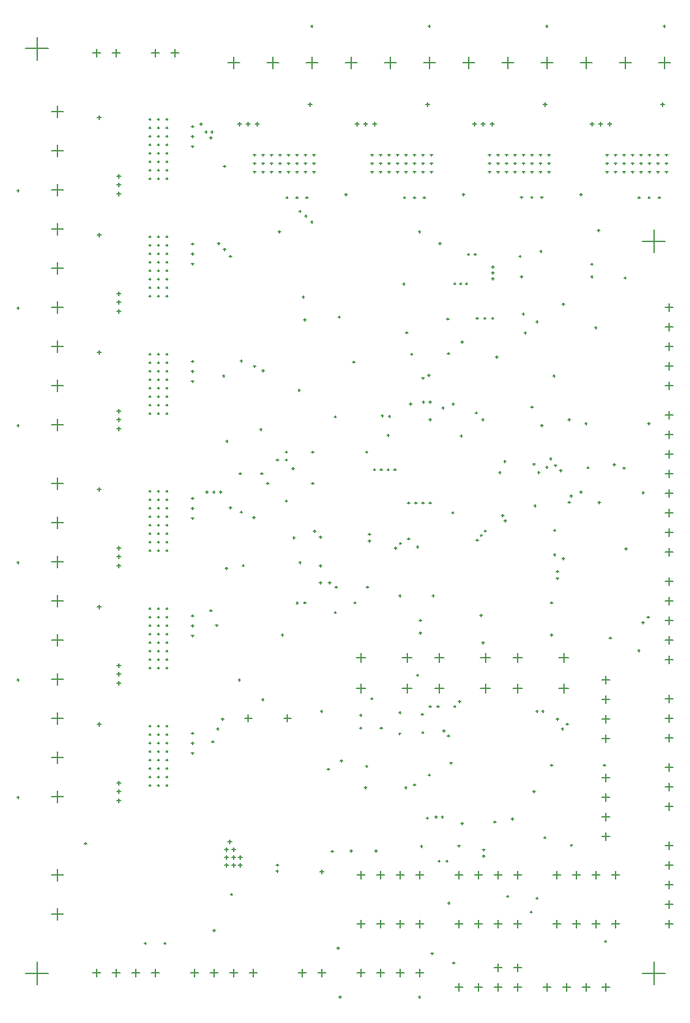
<source format=gbr>
%TF.GenerationSoftware,Altium Limited,Altium Designer,21.2.1 (34)*%
G04 Layer_Color=128*
%FSLAX25Y25*%
%MOIN*%
%TF.SameCoordinates,3D92BD4A-1653-4209-B07E-4AD3ED082CDC*%
%TF.FilePolarity,Positive*%
%TF.FileFunction,Drillmap*%
%TF.Part,Single*%
G01*
G75*
%TA.AperFunction,NonConductor*%
%ADD155C,0.00500*%
D155*
X243032Y45000D02*
X246969D01*
X245000Y43031D02*
Y46968D01*
X253031Y45000D02*
X256968D01*
X255000Y43031D02*
Y46968D01*
X263032Y45000D02*
X266968D01*
X265000Y43031D02*
Y46968D01*
X233032Y45000D02*
X236968D01*
X235000Y43031D02*
Y46968D01*
X328740Y19685D02*
X340551D01*
X334646Y13780D02*
Y25591D01*
X328740Y393701D02*
X340551D01*
X334646Y387795D02*
Y399606D01*
X13780Y492126D02*
X25591D01*
X19685Y486221D02*
Y498032D01*
X13780Y19685D02*
X25591D01*
X19685Y13780D02*
Y25591D01*
X253031Y22500D02*
X256968D01*
X255000Y20531D02*
Y24468D01*
X263032Y22500D02*
X266968D01*
X265000Y20531D02*
Y24468D01*
X117047Y485000D02*
X122953D01*
X120000Y482047D02*
Y487953D01*
X137047Y485000D02*
X142953D01*
X140000Y482047D02*
Y487953D01*
X157047Y485000D02*
X162953D01*
X160000Y482047D02*
Y487953D01*
X182638Y181000D02*
X187362D01*
X185000Y178638D02*
Y183362D01*
X182638Y165252D02*
X187362D01*
X185000Y162890D02*
Y167614D01*
X206260Y165252D02*
X210984D01*
X208622Y162890D02*
Y167614D01*
X206260Y181000D02*
X210984D01*
X208622Y178638D02*
Y183362D01*
X246260Y181000D02*
X250984D01*
X248622Y178638D02*
Y183362D01*
X246260Y165252D02*
X250984D01*
X248622Y162890D02*
Y167614D01*
X222638Y165252D02*
X227362D01*
X225000Y162890D02*
Y167614D01*
X222638Y181000D02*
X227362D01*
X225000Y178638D02*
Y183362D01*
X262638Y181000D02*
X267362D01*
X265000Y178638D02*
Y183362D01*
X262638Y165252D02*
X267362D01*
X265000Y162890D02*
Y167614D01*
X286260Y165252D02*
X290984D01*
X288622Y162890D02*
Y167614D01*
X286260Y181000D02*
X290984D01*
X288622Y178638D02*
Y183362D01*
X308032Y139527D02*
X311969D01*
X310000Y137559D02*
Y141496D01*
X308032Y169527D02*
X311969D01*
X310000Y167559D02*
Y171496D01*
X308032Y159527D02*
X311969D01*
X310000Y157559D02*
Y161496D01*
X308032Y149527D02*
X311969D01*
X310000Y147559D02*
Y151496D01*
X27047Y70000D02*
X32953D01*
X30000Y67047D02*
Y72953D01*
X27047Y50000D02*
X32953D01*
X30000Y47047D02*
Y52953D01*
X340531Y245000D02*
X344468D01*
X342500Y243032D02*
Y246969D01*
X340531Y265000D02*
X344468D01*
X342500Y263032D02*
Y266968D01*
X340531Y275000D02*
X344468D01*
X342500Y273031D02*
Y276969D01*
X340531Y285000D02*
X344468D01*
X342500Y283032D02*
Y286968D01*
X340531Y295000D02*
X344468D01*
X342500Y293032D02*
Y296969D01*
X340531Y305000D02*
X344468D01*
X342500Y303031D02*
Y306968D01*
X340531Y255000D02*
X344468D01*
X342500Y253031D02*
Y256968D01*
X340531Y235000D02*
X344468D01*
X342500Y233032D02*
Y236968D01*
X58031Y20000D02*
X61968D01*
X60000Y18032D02*
Y21969D01*
X68032Y20000D02*
X71969D01*
X70000Y18032D02*
Y21969D01*
X78031Y20000D02*
X81968D01*
X80000Y18032D02*
Y21969D01*
X48031Y20000D02*
X51968D01*
X50000Y18032D02*
Y21969D01*
X340531Y140000D02*
X344468D01*
X342500Y138031D02*
Y141969D01*
X340531Y150000D02*
X344468D01*
X342500Y148031D02*
Y151969D01*
X340531Y160000D02*
X344468D01*
X342500Y158031D02*
Y161969D01*
X340531Y105000D02*
X344468D01*
X342500Y103032D02*
Y106968D01*
X340531Y115000D02*
X344468D01*
X342500Y113031D02*
Y116969D01*
X340531Y125000D02*
X344468D01*
X342500Y123031D02*
Y126969D01*
X297047Y485000D02*
X302953D01*
X300000Y482047D02*
Y487953D01*
X317047Y485000D02*
X322953D01*
X320000Y482047D02*
Y487953D01*
X337047Y485000D02*
X342953D01*
X340000Y482047D02*
Y487953D01*
X237047Y485000D02*
X242953D01*
X240000Y482047D02*
Y487953D01*
X257047Y485000D02*
X262953D01*
X260000Y482047D02*
Y487953D01*
X277047Y485000D02*
X282953D01*
X280000Y482047D02*
Y487953D01*
X177047Y485000D02*
X182953D01*
X180000Y482047D02*
Y487953D01*
X197047Y485000D02*
X202953D01*
X200000Y482047D02*
Y487953D01*
X217047Y485000D02*
X222953D01*
X220000Y482047D02*
Y487953D01*
X340531Y320000D02*
X344468D01*
X342500Y318032D02*
Y321969D01*
X340531Y360000D02*
X344468D01*
X342500Y358032D02*
Y361968D01*
X340531Y350000D02*
X344468D01*
X342500Y348031D02*
Y351969D01*
X340531Y340000D02*
X344468D01*
X342500Y338032D02*
Y341968D01*
X340531Y330000D02*
X344468D01*
X342500Y328031D02*
Y331968D01*
X27047Y460000D02*
X32953D01*
X30000Y457047D02*
Y462953D01*
X27047Y440000D02*
X32953D01*
X30000Y437047D02*
Y442953D01*
X27047Y420000D02*
X32953D01*
X30000Y417047D02*
Y422953D01*
X27047Y400000D02*
X32953D01*
X30000Y397047D02*
Y402953D01*
X27047Y380000D02*
X32953D01*
X30000Y377047D02*
Y382953D01*
X27047Y360000D02*
X32953D01*
X30000Y357047D02*
Y362953D01*
X27047Y340000D02*
X32953D01*
X30000Y337047D02*
Y342953D01*
X27047Y320000D02*
X32953D01*
X30000Y317047D02*
Y322953D01*
X27047Y300000D02*
X32953D01*
X30000Y297047D02*
Y302953D01*
X27047Y230000D02*
X32953D01*
X30000Y227047D02*
Y232953D01*
X27047Y250000D02*
X32953D01*
X30000Y247047D02*
Y252953D01*
X27047Y270000D02*
X32953D01*
X30000Y267047D02*
Y272953D01*
X27047Y210000D02*
X32953D01*
X30000Y207047D02*
Y212953D01*
X27047Y190000D02*
X32953D01*
X30000Y187047D02*
Y192953D01*
X27047Y170000D02*
X32953D01*
X30000Y167047D02*
Y172953D01*
X27047Y150000D02*
X32953D01*
X30000Y147047D02*
Y152953D01*
X27047Y130000D02*
X32953D01*
X30000Y127047D02*
Y132953D01*
X27047Y110000D02*
X32953D01*
X30000Y107047D02*
Y112953D01*
X98032Y20000D02*
X101969D01*
X100000Y18031D02*
Y21968D01*
X128032Y20000D02*
X131968D01*
X130000Y18031D02*
Y21968D01*
X118032Y20000D02*
X121968D01*
X120000Y18031D02*
Y21968D01*
X108031Y20000D02*
X111969D01*
X110000Y18031D02*
Y21968D01*
X308032Y12500D02*
X311968D01*
X310000Y10531D02*
Y14469D01*
X298031Y12500D02*
X301969D01*
X300000Y10531D02*
Y14469D01*
X288032Y12500D02*
X291968D01*
X290000Y10531D02*
Y14469D01*
X278031Y12500D02*
X281968D01*
X280000Y10531D02*
Y14469D01*
X78031Y490000D02*
X81968D01*
X80000Y488031D02*
Y491968D01*
X88032Y490000D02*
X91969D01*
X90000Y488031D02*
Y491968D01*
X308032Y99527D02*
X311969D01*
X310000Y97559D02*
Y101496D01*
X308032Y109527D02*
X311969D01*
X310000Y107559D02*
Y111496D01*
X308032Y119527D02*
X311969D01*
X310000Y117559D02*
Y121496D01*
X308032Y89527D02*
X311969D01*
X310000Y87559D02*
Y91496D01*
X48031Y490000D02*
X51968D01*
X50000Y488031D02*
Y491968D01*
X58031Y490000D02*
X61968D01*
X60000Y488031D02*
Y491968D01*
X340531Y190000D02*
X344468D01*
X342500Y188031D02*
Y191969D01*
X340531Y200000D02*
X344468D01*
X342500Y198031D02*
Y201969D01*
X340531Y210000D02*
X344468D01*
X342500Y208032D02*
Y211968D01*
X340531Y220000D02*
X344468D01*
X342500Y218032D02*
Y221969D01*
X340531Y180000D02*
X344468D01*
X342500Y178032D02*
Y181968D01*
X233032Y70000D02*
X236968D01*
X235000Y68032D02*
Y71969D01*
X263032Y70000D02*
X266968D01*
X265000Y68032D02*
Y71969D01*
X253031Y70000D02*
X256968D01*
X255000Y68032D02*
Y71969D01*
X243032Y70000D02*
X246969D01*
X245000Y68032D02*
Y71969D01*
X283032Y70000D02*
X286968D01*
X285000Y68032D02*
Y71969D01*
X313032Y70000D02*
X316968D01*
X315000Y68032D02*
Y71969D01*
X303031Y70000D02*
X306968D01*
X305000Y68032D02*
Y71969D01*
X293032Y70000D02*
X296969D01*
X295000Y68032D02*
Y71969D01*
X293032Y45000D02*
X296969D01*
X295000Y43031D02*
Y46968D01*
X303031Y45000D02*
X306968D01*
X305000Y43031D02*
Y46968D01*
X313032Y45000D02*
X316968D01*
X315000Y43031D02*
Y46968D01*
X283032Y45000D02*
X286968D01*
X285000Y43031D02*
Y46968D01*
X233032Y12500D02*
X236968D01*
X235000Y10531D02*
Y14469D01*
X243032Y12500D02*
X246969D01*
X245000Y10531D02*
Y14469D01*
X253031Y12500D02*
X256968D01*
X255000Y10531D02*
Y14469D01*
X263032Y12500D02*
X266968D01*
X265000Y10531D02*
Y14469D01*
X340531Y45000D02*
X344468D01*
X342500Y43031D02*
Y46968D01*
X340531Y85000D02*
X344468D01*
X342500Y83031D02*
Y86968D01*
X340531Y75000D02*
X344468D01*
X342500Y73032D02*
Y76968D01*
X340531Y65000D02*
X344468D01*
X342500Y63032D02*
Y66969D01*
X340531Y55000D02*
X344468D01*
X342500Y53031D02*
Y56968D01*
X183189Y45000D02*
X187126D01*
X185157Y43031D02*
Y46968D01*
X213189Y45000D02*
X217126D01*
X215157Y43031D02*
Y46968D01*
X203189Y45000D02*
X207126D01*
X205157Y43031D02*
Y46968D01*
X193189Y45000D02*
X197126D01*
X195157Y43031D02*
Y46968D01*
X153032Y20000D02*
X156968D01*
X155000Y18032D02*
Y21969D01*
X163031Y20000D02*
X166968D01*
X165000Y18031D02*
Y21968D01*
X193032Y20000D02*
X196968D01*
X195000Y18032D02*
Y21969D01*
X203031Y20000D02*
X206968D01*
X205000Y18032D02*
Y21969D01*
X213032Y20000D02*
X216968D01*
X215000Y18032D02*
Y21969D01*
X183031Y20000D02*
X186969D01*
X185000Y18032D02*
Y21969D01*
X183031Y70000D02*
X186969D01*
X185000Y68032D02*
Y71969D01*
X213032Y70000D02*
X216968D01*
X215000Y68032D02*
Y71969D01*
X203031Y70000D02*
X206968D01*
X205000Y68032D02*
Y71969D01*
X193032Y70000D02*
X196968D01*
X195000Y68032D02*
Y71969D01*
X125728Y150000D02*
X129272D01*
X127500Y148228D02*
Y151772D01*
X145728Y150000D02*
X149272D01*
X147500Y148228D02*
Y151772D01*
X81024Y120039D02*
X82205D01*
X81614Y119449D02*
Y120630D01*
X81024Y124370D02*
X82205D01*
X81614Y123779D02*
Y124961D01*
X81024Y128701D02*
X82205D01*
X81614Y128110D02*
Y129291D01*
X81024Y133031D02*
X82205D01*
X81614Y132441D02*
Y133622D01*
X81024Y115709D02*
X82205D01*
X81614Y115118D02*
Y116299D01*
X76693Y115709D02*
X77874D01*
X77284Y115118D02*
Y116299D01*
X76693Y120039D02*
X77874D01*
X77284Y119449D02*
Y120630D01*
X76693Y128701D02*
X77874D01*
X77284Y128110D02*
Y129291D01*
X76693Y133031D02*
X77874D01*
X77284Y132441D02*
Y133622D01*
X76693Y137362D02*
X77874D01*
X77284Y136772D02*
Y137953D01*
X76693Y141693D02*
X77874D01*
X77284Y141102D02*
Y142283D01*
X76693Y124370D02*
X77874D01*
X77284Y123779D02*
Y124961D01*
X85354Y115709D02*
X86535D01*
X85945Y115118D02*
Y116299D01*
X85354Y120039D02*
X86535D01*
X85945Y119449D02*
Y120630D01*
X85354Y124370D02*
X86535D01*
X85945Y123779D02*
Y124961D01*
X85354Y128701D02*
X86535D01*
X85945Y128110D02*
Y129291D01*
X85354Y133031D02*
X86535D01*
X85945Y132441D02*
Y133622D01*
X85354Y137362D02*
X86535D01*
X85945Y136772D02*
Y137953D01*
X81024Y137362D02*
X82205D01*
X81614Y136772D02*
Y137953D01*
X85354Y141693D02*
X86535D01*
X85945Y141102D02*
Y142283D01*
X81024Y141693D02*
X82205D01*
X81614Y141102D02*
Y142283D01*
X85354Y146024D02*
X86535D01*
X85945Y145433D02*
Y146614D01*
X81024Y146024D02*
X82205D01*
X81614Y145433D02*
Y146614D01*
X76693Y146024D02*
X77874D01*
X77284Y145433D02*
Y146614D01*
X76693Y206024D02*
X77874D01*
X77284Y205433D02*
Y206614D01*
X81024Y206024D02*
X82205D01*
X81614Y205433D02*
Y206614D01*
X85354Y206024D02*
X86535D01*
X85945Y205433D02*
Y206614D01*
X81024Y201693D02*
X82205D01*
X81614Y201102D02*
Y202284D01*
X85354Y201693D02*
X86535D01*
X85945Y201102D02*
Y202284D01*
X81024Y197362D02*
X82205D01*
X81614Y196772D02*
Y197953D01*
X85354Y197362D02*
X86535D01*
X85945Y196772D02*
Y197953D01*
X85354Y193032D02*
X86535D01*
X85945Y192441D02*
Y193622D01*
X85354Y188701D02*
X86535D01*
X85945Y188110D02*
Y189291D01*
X85354Y184370D02*
X86535D01*
X85945Y183780D02*
Y184961D01*
X85354Y180039D02*
X86535D01*
X85945Y179449D02*
Y180630D01*
X85354Y175709D02*
X86535D01*
X85945Y175118D02*
Y176299D01*
X76693Y184370D02*
X77874D01*
X77284Y183780D02*
Y184961D01*
X76693Y201693D02*
X77874D01*
X77284Y201102D02*
Y202284D01*
X76693Y197362D02*
X77874D01*
X77284Y196772D02*
Y197953D01*
X76693Y193032D02*
X77874D01*
X77284Y192441D02*
Y193622D01*
X76693Y188701D02*
X77874D01*
X77284Y188110D02*
Y189291D01*
X76693Y180039D02*
X77874D01*
X77284Y179449D02*
Y180630D01*
X76693Y175709D02*
X77874D01*
X77284Y175118D02*
Y176299D01*
X81024Y175709D02*
X82205D01*
X81614Y175118D02*
Y176299D01*
X81024Y193032D02*
X82205D01*
X81614Y192441D02*
Y193622D01*
X81024Y188701D02*
X82205D01*
X81614Y188110D02*
Y189291D01*
X81024Y184370D02*
X82205D01*
X81614Y183780D02*
Y184961D01*
X81024Y180039D02*
X82205D01*
X81614Y179449D02*
Y180630D01*
X81024Y240039D02*
X82205D01*
X81614Y239449D02*
Y240630D01*
X81024Y244370D02*
X82205D01*
X81614Y243779D02*
Y244961D01*
X81024Y248701D02*
X82205D01*
X81614Y248110D02*
Y249291D01*
X81024Y253031D02*
X82205D01*
X81614Y252441D02*
Y253622D01*
X81024Y235709D02*
X82205D01*
X81614Y235118D02*
Y236299D01*
X76693Y235709D02*
X77874D01*
X77284Y235118D02*
Y236299D01*
X76693Y240039D02*
X77874D01*
X77284Y239449D02*
Y240630D01*
X76693Y248701D02*
X77874D01*
X77284Y248110D02*
Y249291D01*
X76693Y253031D02*
X77874D01*
X77284Y252441D02*
Y253622D01*
X76693Y257362D02*
X77874D01*
X77284Y256772D02*
Y257953D01*
X76693Y261693D02*
X77874D01*
X77284Y261102D02*
Y262283D01*
X76693Y244370D02*
X77874D01*
X77284Y243779D02*
Y244961D01*
X85354Y235709D02*
X86535D01*
X85945Y235118D02*
Y236299D01*
X85354Y240039D02*
X86535D01*
X85945Y239449D02*
Y240630D01*
X85354Y244370D02*
X86535D01*
X85945Y243779D02*
Y244961D01*
X85354Y248701D02*
X86535D01*
X85945Y248110D02*
Y249291D01*
X85354Y253031D02*
X86535D01*
X85945Y252441D02*
Y253622D01*
X85354Y257362D02*
X86535D01*
X85945Y256772D02*
Y257953D01*
X81024Y257362D02*
X82205D01*
X81614Y256772D02*
Y257953D01*
X85354Y261693D02*
X86535D01*
X85945Y261102D02*
Y262283D01*
X81024Y261693D02*
X82205D01*
X81614Y261102D02*
Y262283D01*
X85354Y266024D02*
X86535D01*
X85945Y265433D02*
Y266614D01*
X81024Y266024D02*
X82205D01*
X81614Y265433D02*
Y266614D01*
X76693Y266024D02*
X77874D01*
X77284Y265433D02*
Y266614D01*
X76693Y336024D02*
X77874D01*
X77284Y335433D02*
Y336614D01*
X81024Y336024D02*
X82205D01*
X81614Y335433D02*
Y336614D01*
X85354Y336024D02*
X86535D01*
X85945Y335433D02*
Y336614D01*
X81024Y331693D02*
X82205D01*
X81614Y331102D02*
Y332283D01*
X85354Y331693D02*
X86535D01*
X85945Y331102D02*
Y332283D01*
X81024Y327362D02*
X82205D01*
X81614Y326772D02*
Y327953D01*
X85354Y327362D02*
X86535D01*
X85945Y326772D02*
Y327953D01*
X85354Y323031D02*
X86535D01*
X85945Y322441D02*
Y323622D01*
X85354Y318701D02*
X86535D01*
X85945Y318110D02*
Y319291D01*
X85354Y314370D02*
X86535D01*
X85945Y313779D02*
Y314961D01*
X85354Y310039D02*
X86535D01*
X85945Y309449D02*
Y310630D01*
X85354Y305709D02*
X86535D01*
X85945Y305118D02*
Y306299D01*
X76693Y314370D02*
X77874D01*
X77284Y313779D02*
Y314961D01*
X76693Y331693D02*
X77874D01*
X77284Y331102D02*
Y332283D01*
X76693Y327362D02*
X77874D01*
X77284Y326772D02*
Y327953D01*
X76693Y323031D02*
X77874D01*
X77284Y322441D02*
Y323622D01*
X76693Y318701D02*
X77874D01*
X77284Y318110D02*
Y319291D01*
X76693Y310039D02*
X77874D01*
X77284Y309449D02*
Y310630D01*
X76693Y305709D02*
X77874D01*
X77284Y305118D02*
Y306299D01*
X81024Y305709D02*
X82205D01*
X81614Y305118D02*
Y306299D01*
X81024Y323031D02*
X82205D01*
X81614Y322441D02*
Y323622D01*
X81024Y318701D02*
X82205D01*
X81614Y318110D02*
Y319291D01*
X81024Y314370D02*
X82205D01*
X81614Y313779D02*
Y314961D01*
X81024Y310039D02*
X82205D01*
X81614Y309449D02*
Y310630D01*
X81024Y370039D02*
X82205D01*
X81614Y369449D02*
Y370630D01*
X81024Y374370D02*
X82205D01*
X81614Y373780D02*
Y374961D01*
X81024Y378701D02*
X82205D01*
X81614Y378110D02*
Y379291D01*
X81024Y383032D02*
X82205D01*
X81614Y382441D02*
Y383622D01*
X81024Y365709D02*
X82205D01*
X81614Y365118D02*
Y366299D01*
X76693Y365709D02*
X77874D01*
X77284Y365118D02*
Y366299D01*
X76693Y370039D02*
X77874D01*
X77284Y369449D02*
Y370630D01*
X76693Y378701D02*
X77874D01*
X77284Y378110D02*
Y379291D01*
X76693Y383032D02*
X77874D01*
X77284Y382441D02*
Y383622D01*
X76693Y387362D02*
X77874D01*
X77284Y386772D02*
Y387953D01*
X76693Y391693D02*
X77874D01*
X77284Y391102D02*
Y392284D01*
X76693Y374370D02*
X77874D01*
X77284Y373780D02*
Y374961D01*
X85354Y365709D02*
X86535D01*
X85945Y365118D02*
Y366299D01*
X85354Y370039D02*
X86535D01*
X85945Y369449D02*
Y370630D01*
X85354Y374370D02*
X86535D01*
X85945Y373780D02*
Y374961D01*
X85354Y378701D02*
X86535D01*
X85945Y378110D02*
Y379291D01*
X85354Y383032D02*
X86535D01*
X85945Y382441D02*
Y383622D01*
X85354Y387362D02*
X86535D01*
X85945Y386772D02*
Y387953D01*
X81024Y387362D02*
X82205D01*
X81614Y386772D02*
Y387953D01*
X85354Y391693D02*
X86535D01*
X85945Y391102D02*
Y392284D01*
X81024Y391693D02*
X82205D01*
X81614Y391102D02*
Y392284D01*
X85354Y396024D02*
X86535D01*
X85945Y395433D02*
Y396614D01*
X81024Y396024D02*
X82205D01*
X81614Y395433D02*
Y396614D01*
X76693Y396024D02*
X77874D01*
X77284Y395433D02*
Y396614D01*
X76693Y456024D02*
X77874D01*
X77284Y455433D02*
Y456614D01*
X81024Y456024D02*
X82205D01*
X81614Y455433D02*
Y456614D01*
X85354Y456024D02*
X86535D01*
X85945Y455433D02*
Y456614D01*
X81024Y451693D02*
X82205D01*
X81614Y451102D02*
Y452283D01*
X85354Y451693D02*
X86535D01*
X85945Y451102D02*
Y452283D01*
X81024Y447362D02*
X82205D01*
X81614Y446772D02*
Y447953D01*
X85354Y447362D02*
X86535D01*
X85945Y446772D02*
Y447953D01*
X85354Y443032D02*
X86535D01*
X85945Y442441D02*
Y443622D01*
X85354Y438701D02*
X86535D01*
X85945Y438110D02*
Y439291D01*
X85354Y434370D02*
X86535D01*
X85945Y433779D02*
Y434961D01*
X85354Y430039D02*
X86535D01*
X85945Y429449D02*
Y430630D01*
X85354Y425709D02*
X86535D01*
X85945Y425118D02*
Y426299D01*
X76693Y434370D02*
X77874D01*
X77284Y433779D02*
Y434961D01*
X76693Y451693D02*
X77874D01*
X77284Y451102D02*
Y452283D01*
X76693Y447362D02*
X77874D01*
X77284Y446772D02*
Y447953D01*
X76693Y443032D02*
X77874D01*
X77284Y442441D02*
Y443622D01*
X76693Y438701D02*
X77874D01*
X77284Y438110D02*
Y439291D01*
X76693Y430039D02*
X77874D01*
X77284Y429449D02*
Y430630D01*
X76693Y425709D02*
X77874D01*
X77284Y425118D02*
Y426299D01*
X81024Y425709D02*
X82205D01*
X81614Y425118D02*
Y426299D01*
X81024Y443032D02*
X82205D01*
X81614Y442441D02*
Y443622D01*
X81024Y438701D02*
X82205D01*
X81614Y438110D02*
Y439291D01*
X81024Y434370D02*
X82205D01*
X81614Y433779D02*
Y434961D01*
X81024Y430039D02*
X82205D01*
X81614Y429449D02*
Y430630D01*
X134449Y433386D02*
X135630D01*
X135039Y432795D02*
Y433976D01*
X138779Y433386D02*
X139961D01*
X139370Y432795D02*
Y433976D01*
X143110Y433386D02*
X144291D01*
X143701Y432795D02*
Y433976D01*
X147441Y433386D02*
X148622D01*
X148031Y432795D02*
Y433976D01*
X130118Y433386D02*
X131299D01*
X130709Y432795D02*
Y433976D01*
X130118Y437716D02*
X131299D01*
X130709Y437126D02*
Y438307D01*
X134449Y437716D02*
X135630D01*
X135039Y437126D02*
Y438307D01*
X143110Y437716D02*
X144291D01*
X143701Y437126D02*
Y438307D01*
X147441Y437716D02*
X148622D01*
X148031Y437126D02*
Y438307D01*
X151772Y437716D02*
X152953D01*
X152362Y437126D02*
Y438307D01*
X156102Y437716D02*
X157283D01*
X156693Y437126D02*
Y438307D01*
X138779Y437716D02*
X139961D01*
X139370Y437126D02*
Y438307D01*
X130118Y429055D02*
X131299D01*
X130709Y428465D02*
Y429646D01*
X134449Y429055D02*
X135630D01*
X135039Y428465D02*
Y429646D01*
X138779Y429055D02*
X139961D01*
X139370Y428465D02*
Y429646D01*
X143110Y429055D02*
X144291D01*
X143701Y428465D02*
Y429646D01*
X147441Y429055D02*
X148622D01*
X148031Y428465D02*
Y429646D01*
X151772Y429055D02*
X152953D01*
X152362Y428465D02*
Y429646D01*
X151772Y433386D02*
X152953D01*
X152362Y432795D02*
Y433976D01*
X156102Y429055D02*
X157283D01*
X156693Y428465D02*
Y429646D01*
X156102Y433386D02*
X157283D01*
X156693Y432795D02*
Y433976D01*
X160433Y429055D02*
X161614D01*
X161024Y428465D02*
Y429646D01*
X160433Y433386D02*
X161614D01*
X161024Y432795D02*
Y433976D01*
X160433Y437716D02*
X161614D01*
X161024Y437126D02*
Y438307D01*
X220433Y437716D02*
X221614D01*
X221024Y437126D02*
Y438307D01*
X220433Y433386D02*
X221614D01*
X221024Y432795D02*
Y433976D01*
X220433Y429055D02*
X221614D01*
X221024Y428465D02*
Y429646D01*
X216102Y433386D02*
X217284D01*
X216693Y432795D02*
Y433976D01*
X216102Y429055D02*
X217284D01*
X216693Y428465D02*
Y429646D01*
X211772Y433386D02*
X212953D01*
X212362Y432795D02*
Y433976D01*
X211772Y429055D02*
X212953D01*
X212362Y428465D02*
Y429646D01*
X207441Y429055D02*
X208622D01*
X208032Y428465D02*
Y429646D01*
X203110Y429055D02*
X204291D01*
X203701Y428465D02*
Y429646D01*
X198779Y429055D02*
X199961D01*
X199370Y428465D02*
Y429646D01*
X194449Y429055D02*
X195630D01*
X195039Y428465D02*
Y429646D01*
X190118Y429055D02*
X191299D01*
X190709Y428465D02*
Y429646D01*
X198779Y437716D02*
X199961D01*
X199370Y437126D02*
Y438307D01*
X216102Y437716D02*
X217284D01*
X216693Y437126D02*
Y438307D01*
X211772Y437716D02*
X212953D01*
X212362Y437126D02*
Y438307D01*
X207441Y437716D02*
X208622D01*
X208032Y437126D02*
Y438307D01*
X203110Y437716D02*
X204291D01*
X203701Y437126D02*
Y438307D01*
X194449Y437716D02*
X195630D01*
X195039Y437126D02*
Y438307D01*
X190118Y437716D02*
X191299D01*
X190709Y437126D02*
Y438307D01*
X190118Y433386D02*
X191299D01*
X190709Y432795D02*
Y433976D01*
X207441Y433386D02*
X208622D01*
X208032Y432795D02*
Y433976D01*
X203110Y433386D02*
X204291D01*
X203701Y432795D02*
Y433976D01*
X198779Y433386D02*
X199961D01*
X199370Y432795D02*
Y433976D01*
X194449Y433386D02*
X195630D01*
X195039Y432795D02*
Y433976D01*
X254449Y433386D02*
X255630D01*
X255039Y432795D02*
Y433976D01*
X258780Y433386D02*
X259961D01*
X259370Y432795D02*
Y433976D01*
X263110Y433386D02*
X264291D01*
X263701Y432795D02*
Y433976D01*
X267441Y433386D02*
X268622D01*
X268032Y432795D02*
Y433976D01*
X250118Y433386D02*
X251299D01*
X250709Y432795D02*
Y433976D01*
X250118Y437716D02*
X251299D01*
X250709Y437126D02*
Y438307D01*
X254449Y437716D02*
X255630D01*
X255039Y437126D02*
Y438307D01*
X263110Y437716D02*
X264291D01*
X263701Y437126D02*
Y438307D01*
X267441Y437716D02*
X268622D01*
X268032Y437126D02*
Y438307D01*
X271772Y437716D02*
X272953D01*
X272362Y437126D02*
Y438307D01*
X276102Y437716D02*
X277284D01*
X276693Y437126D02*
Y438307D01*
X258780Y437716D02*
X259961D01*
X259370Y437126D02*
Y438307D01*
X250118Y429055D02*
X251299D01*
X250709Y428465D02*
Y429646D01*
X254449Y429055D02*
X255630D01*
X255039Y428465D02*
Y429646D01*
X258780Y429055D02*
X259961D01*
X259370Y428465D02*
Y429646D01*
X263110Y429055D02*
X264291D01*
X263701Y428465D02*
Y429646D01*
X267441Y429055D02*
X268622D01*
X268032Y428465D02*
Y429646D01*
X271772Y429055D02*
X272953D01*
X272362Y428465D02*
Y429646D01*
X271772Y433386D02*
X272953D01*
X272362Y432795D02*
Y433976D01*
X276102Y429055D02*
X277284D01*
X276693Y428465D02*
Y429646D01*
X276102Y433386D02*
X277284D01*
X276693Y432795D02*
Y433976D01*
X280433Y429055D02*
X281614D01*
X281024Y428465D02*
Y429646D01*
X280433Y433386D02*
X281614D01*
X281024Y432795D02*
Y433976D01*
X280433Y437716D02*
X281614D01*
X281024Y437126D02*
Y438307D01*
X340433Y437716D02*
X341614D01*
X341024Y437126D02*
Y438307D01*
X340433Y433386D02*
X341614D01*
X341024Y432795D02*
Y433976D01*
X340433Y429055D02*
X341614D01*
X341024Y428465D02*
Y429646D01*
X336102Y433386D02*
X337283D01*
X336693Y432795D02*
Y433976D01*
X336102Y429055D02*
X337283D01*
X336693Y428465D02*
Y429646D01*
X331772Y433386D02*
X332953D01*
X332362Y432795D02*
Y433976D01*
X331772Y429055D02*
X332953D01*
X332362Y428465D02*
Y429646D01*
X327441Y429055D02*
X328622D01*
X328031Y428465D02*
Y429646D01*
X323110Y429055D02*
X324291D01*
X323701Y428465D02*
Y429646D01*
X318779Y429055D02*
X319961D01*
X319370Y428465D02*
Y429646D01*
X314449Y429055D02*
X315630D01*
X315039Y428465D02*
Y429646D01*
X310118Y429055D02*
X311299D01*
X310709Y428465D02*
Y429646D01*
X318779Y437716D02*
X319961D01*
X319370Y437126D02*
Y438307D01*
X336102Y437716D02*
X337283D01*
X336693Y437126D02*
Y438307D01*
X331772Y437716D02*
X332953D01*
X332362Y437126D02*
Y438307D01*
X327441Y437716D02*
X328622D01*
X328031Y437126D02*
Y438307D01*
X323110Y437716D02*
X324291D01*
X323701Y437126D02*
Y438307D01*
X314449Y437716D02*
X315630D01*
X315039Y437126D02*
Y438307D01*
X310118Y437716D02*
X311299D01*
X310709Y437126D02*
Y438307D01*
X310118Y433386D02*
X311299D01*
X310709Y432795D02*
Y433976D01*
X327441Y433386D02*
X328622D01*
X328031Y432795D02*
Y433976D01*
X323110Y433386D02*
X324291D01*
X323701Y432795D02*
Y433976D01*
X318779Y433386D02*
X319961D01*
X319370Y432795D02*
Y433976D01*
X314449Y433386D02*
X315630D01*
X315039Y432795D02*
Y433976D01*
X296909Y417500D02*
X298091D01*
X297500Y416910D02*
Y418090D01*
X150301Y242221D02*
X151482D01*
X150892Y241631D02*
Y242812D01*
X160909Y245512D02*
X162091D01*
X161500Y244921D02*
Y246102D01*
X159909Y270000D02*
X161091D01*
X160500Y269409D02*
Y270590D01*
X308910Y126000D02*
X310090D01*
X309500Y125409D02*
Y126591D01*
X289910Y147000D02*
X291090D01*
X290500Y146409D02*
Y147591D01*
X287409Y144500D02*
X288591D01*
X288000Y143909D02*
Y145091D01*
X284910Y149500D02*
X286090D01*
X285500Y148909D02*
Y150091D01*
X339409Y503500D02*
X340591D01*
X340000Y502910D02*
Y504090D01*
X279410Y503500D02*
X280591D01*
X280000Y502910D02*
Y504090D01*
X219409Y503500D02*
X220590D01*
X220000Y502910D02*
Y504090D01*
X159409Y503500D02*
X160591D01*
X160000Y502910D02*
Y504090D01*
X9409Y109500D02*
X10591D01*
X10000Y108909D02*
Y110091D01*
X9409Y169500D02*
X10591D01*
X10000Y168909D02*
Y170091D01*
X9409Y229500D02*
X10591D01*
X10000Y228909D02*
Y230090D01*
X9409Y299500D02*
X10591D01*
X10000Y298909D02*
Y300091D01*
X9409Y359500D02*
X10591D01*
X10000Y358910D02*
Y360090D01*
X9409Y419500D02*
X10591D01*
X10000Y418910D02*
Y420090D01*
X142909Y398500D02*
X144091D01*
X143500Y397909D02*
Y399091D01*
X226063Y99519D02*
X227244D01*
X226653Y98928D02*
Y100109D01*
X190053Y160006D02*
X191234D01*
X190644Y159416D02*
Y160597D01*
X235691Y294126D02*
X236872D01*
X236281Y293535D02*
Y294716D01*
X224410Y77000D02*
X225590D01*
X225000Y76410D02*
Y77591D01*
X222907Y99502D02*
X224088D01*
X223498Y98912D02*
Y100093D01*
X226909Y143500D02*
X228091D01*
X227500Y142909D02*
Y144091D01*
X229238Y141039D02*
X230419D01*
X229828Y140448D02*
Y141630D01*
X228410Y77000D02*
X229591D01*
X229000Y76410D02*
Y77591D01*
X202207Y236820D02*
X203388D01*
X202797Y236229D02*
Y237410D01*
X204666Y239307D02*
X205847D01*
X205257Y238717D02*
Y239898D01*
X208796Y241669D02*
X209977D01*
X209386Y241079D02*
Y242260D01*
X219910Y302500D02*
X221091D01*
X220500Y301909D02*
Y303091D01*
X209910Y310500D02*
X211090D01*
X210500Y309910D02*
Y311090D01*
X84411Y35000D02*
X85592D01*
X85001Y34409D02*
Y35591D01*
X151993Y208961D02*
X153174D01*
X152584Y208370D02*
Y209552D01*
X155909Y209000D02*
X157091D01*
X156500Y208410D02*
Y209591D01*
X109437Y41602D02*
X110618D01*
X110027Y41012D02*
Y42193D01*
X309409Y36000D02*
X310591D01*
X310000Y35409D02*
Y36591D01*
X124409Y228000D02*
X125591D01*
X125000Y227410D02*
Y228590D01*
X149909Y277500D02*
X151091D01*
X150500Y276909D02*
Y278091D01*
X122909Y275000D02*
X124091D01*
X123500Y274410D02*
Y275590D01*
X144409Y192500D02*
X145591D01*
X145000Y191909D02*
Y193091D01*
X122409Y169500D02*
X123591D01*
X123000Y168909D02*
Y170091D01*
X173409Y355000D02*
X174591D01*
X174000Y354410D02*
Y355591D01*
X231410Y255000D02*
X232591D01*
X232000Y254410D02*
Y255591D01*
X275288Y275537D02*
X276469D01*
X275878Y274947D02*
Y276128D01*
X255410Y275500D02*
X256591D01*
X256000Y274909D02*
Y276091D01*
X306089Y260143D02*
X307270D01*
X306680Y259553D02*
Y260734D01*
X290910Y302500D02*
X292091D01*
X291500Y301909D02*
Y303091D01*
X276909Y299500D02*
X278091D01*
X277500Y298909D02*
Y300091D01*
X300410Y278000D02*
X301590D01*
X301000Y277410D02*
Y278590D01*
X272765Y279776D02*
X273947D01*
X273356Y279186D02*
Y280367D01*
X279345Y278162D02*
X280526D01*
X279935Y277571D02*
Y278752D01*
X283410Y246000D02*
X284591D01*
X284000Y245409D02*
Y246590D01*
X283410Y233500D02*
X284591D01*
X284000Y232909D02*
Y234090D01*
X287910Y361500D02*
X289090D01*
X288500Y360910D02*
Y362090D01*
X267409Y356500D02*
X268590D01*
X268000Y355909D02*
Y357090D01*
X176909Y417500D02*
X178091D01*
X177500Y416910D02*
Y418090D01*
X236910Y417500D02*
X238090D01*
X237500Y416910D02*
Y418090D01*
X159909Y286000D02*
X161091D01*
X160500Y285409D02*
Y286591D01*
X198409Y294500D02*
X199591D01*
X199000Y293910D02*
Y295091D01*
X226410Y308500D02*
X227590D01*
X227000Y307909D02*
Y309090D01*
X164409Y153500D02*
X165591D01*
X165000Y152909D02*
Y154091D01*
X184409Y151595D02*
X185591D01*
X185000Y151004D02*
Y152185D01*
X215910Y152000D02*
X217091D01*
X216500Y151409D02*
Y152591D01*
X230433Y127123D02*
X231614D01*
X231024Y126532D02*
Y127713D01*
X291969Y85059D02*
X293150D01*
X292559Y84469D02*
Y85650D01*
X236181Y96148D02*
X237362D01*
X236772Y95557D02*
Y96738D01*
X229410Y55500D02*
X230591D01*
X230000Y54909D02*
Y56090D01*
X271410Y51000D02*
X272590D01*
X272000Y50409D02*
Y51591D01*
X259409Y59000D02*
X260591D01*
X260000Y58410D02*
Y59591D01*
X207410Y114500D02*
X208591D01*
X208000Y113909D02*
Y115091D01*
X186909Y114500D02*
X188091D01*
X187500Y113909D02*
Y115091D01*
X252909Y97000D02*
X254090D01*
X253500Y96409D02*
Y97591D01*
X311910Y191000D02*
X313090D01*
X312500Y190409D02*
Y191591D01*
X326410Y184500D02*
X327590D01*
X327000Y183909D02*
Y185091D01*
X328502Y198816D02*
X329683D01*
X329093Y198226D02*
Y199407D01*
X331181Y201648D02*
X332362D01*
X331772Y201057D02*
Y202238D01*
X281909Y209000D02*
X283090D01*
X282500Y208410D02*
Y209591D01*
X281909Y192500D02*
X283090D01*
X282500Y191909D02*
Y193091D01*
X245910Y202500D02*
X247091D01*
X246500Y201909D02*
Y203091D01*
X246909Y188500D02*
X248091D01*
X247500Y187909D02*
Y189091D01*
X214910Y200000D02*
X216090D01*
X215500Y199409D02*
Y200591D01*
X214910Y193500D02*
X216090D01*
X215500Y192909D02*
Y194091D01*
X171919Y217038D02*
X173100D01*
X172510Y216447D02*
Y217628D01*
X187909Y217000D02*
X189091D01*
X188500Y216409D02*
Y217590D01*
X171409Y204000D02*
X172591D01*
X172000Y203409D02*
Y204591D01*
X174547Y128155D02*
X175728D01*
X175138Y127565D02*
Y128746D01*
X187372Y125399D02*
X188553D01*
X187963Y124809D02*
Y125990D01*
X219365Y121000D02*
X220546D01*
X219956Y120409D02*
Y121591D01*
X278410Y89000D02*
X279591D01*
X279000Y88410D02*
Y89591D01*
X272909Y112500D02*
X274091D01*
X273500Y111909D02*
Y113091D01*
X220910Y29744D02*
X222091D01*
X221500Y29154D02*
Y30335D01*
X152957Y317579D02*
X154138D01*
X153548Y316988D02*
Y318169D01*
X331427Y300500D02*
X332608D01*
X332017Y299909D02*
Y301091D01*
X204409Y212500D02*
X205591D01*
X205000Y211910D02*
Y213090D01*
X221410Y212500D02*
X222590D01*
X222000Y211910D02*
Y213090D01*
X231675Y310475D02*
X232856D01*
X232265Y309884D02*
Y311065D01*
X304410Y349500D02*
X305591D01*
X305000Y348909D02*
Y350091D01*
X210409Y336000D02*
X211591D01*
X211000Y335409D02*
Y336591D01*
X116072Y291619D02*
X117253D01*
X116662Y291028D02*
Y292209D01*
X168472Y219201D02*
X169653D01*
X169063Y218610D02*
Y219791D01*
X163909Y242500D02*
X165091D01*
X164500Y241910D02*
Y243091D01*
X133346Y297500D02*
X134527D01*
X133936Y296909D02*
Y298091D01*
X214405Y398500D02*
X215586D01*
X214996Y397909D02*
Y399091D01*
X180909Y332000D02*
X182091D01*
X181500Y331410D02*
Y332591D01*
X229253Y336343D02*
X230434D01*
X229844Y335753D02*
Y336934D01*
X302410Y382000D02*
X303590D01*
X303000Y381410D02*
Y382591D01*
X302410Y375500D02*
X303590D01*
X303000Y374909D02*
Y376091D01*
X228909Y354000D02*
X230090D01*
X229500Y353410D02*
Y354591D01*
X224909Y392500D02*
X226091D01*
X225500Y391910D02*
Y393091D01*
X136909Y270000D02*
X138091D01*
X137500Y269409D02*
Y270590D01*
X105909Y265500D02*
X107091D01*
X106500Y264910D02*
Y266090D01*
X109409Y265500D02*
X110591D01*
X110000Y264910D02*
Y266090D01*
X112909Y265500D02*
X114091D01*
X113500Y264910D02*
Y266090D01*
X133909Y275000D02*
X135091D01*
X134500Y274410D02*
Y275590D01*
X299410Y300500D02*
X300590D01*
X300000Y299909D02*
Y301091D01*
X281410Y282500D02*
X282591D01*
X282000Y281909D02*
Y283090D01*
X181409Y209000D02*
X182591D01*
X182000Y208410D02*
Y209591D01*
X134409Y159500D02*
X135591D01*
X135000Y158909D02*
Y160091D01*
X223909Y156000D02*
X225091D01*
X224500Y155409D02*
Y156591D01*
X219910Y156000D02*
X221091D01*
X220500Y155409D02*
Y156591D01*
X113909Y149500D02*
X115091D01*
X114500Y148909D02*
Y150091D01*
X111409Y144500D02*
X112591D01*
X112000Y143909D02*
Y145091D01*
X328661Y265255D02*
X329842D01*
X329252Y264665D02*
Y265846D01*
X319910Y236500D02*
X321091D01*
X320500Y235910D02*
Y237090D01*
X204419Y152946D02*
X205600D01*
X205010Y152356D02*
Y153537D01*
X204334Y142075D02*
X205515D01*
X204925Y141485D02*
Y142666D01*
X211910Y116000D02*
X213090D01*
X212500Y115409D02*
Y116591D01*
X118409Y60000D02*
X119591D01*
X119000Y59409D02*
Y60590D01*
X141795Y75031D02*
X142976D01*
X142386Y74440D02*
Y75621D01*
X141739Y71830D02*
X142920D01*
X142330Y71239D02*
Y72420D01*
X43909Y86000D02*
X45091D01*
X44500Y85409D02*
Y86590D01*
X169909Y82000D02*
X171091D01*
X170500Y81410D02*
Y82591D01*
X172909Y32500D02*
X174091D01*
X173500Y31909D02*
Y33091D01*
X167909Y124000D02*
X169091D01*
X168500Y123409D02*
Y124591D01*
X164016Y71500D02*
X165984D01*
X165000Y70516D02*
Y72484D01*
X231909Y25000D02*
X233090D01*
X232500Y24409D02*
Y25591D01*
X287910Y231500D02*
X289090D01*
X288500Y230909D02*
Y232090D01*
X274410Y352500D02*
X275590D01*
X275000Y351909D02*
Y353091D01*
X268409Y346862D02*
X269590D01*
X269000Y346272D02*
Y347453D01*
X284910Y225000D02*
X286090D01*
X285500Y224410D02*
Y225590D01*
X284828Y221382D02*
X286009D01*
X285419Y220791D02*
Y221972D01*
X213409Y237500D02*
X214591D01*
X214000Y236910D02*
Y238090D01*
X247945Y245714D02*
X249126D01*
X248536Y245124D02*
Y246305D01*
X245946Y243395D02*
X247127D01*
X246537Y242805D02*
Y243986D01*
X243910Y241000D02*
X245091D01*
X244500Y240409D02*
Y241590D01*
X258190Y250885D02*
X259371D01*
X258780Y250294D02*
Y251476D01*
X256885Y253616D02*
X258066D01*
X257475Y253026D02*
Y254207D01*
X281909Y126000D02*
X283090D01*
X282500Y125409D02*
Y126591D01*
X115909Y226500D02*
X117091D01*
X116500Y225909D02*
Y227091D01*
X110880Y197453D02*
X112061D01*
X111470Y196862D02*
Y198043D01*
X216026Y142661D02*
X217208D01*
X216617Y142070D02*
Y143251D01*
X173909Y7500D02*
X175091D01*
X174500Y6909D02*
Y8091D01*
X214409Y7500D02*
X215591D01*
X215000Y6909D02*
Y8091D01*
X274410Y58000D02*
X275590D01*
X275000Y57410D02*
Y58591D01*
X261910Y98500D02*
X263090D01*
X262500Y97909D02*
Y99090D01*
X247104Y82722D02*
X248285D01*
X247694Y82131D02*
Y83312D01*
X247104Y79551D02*
X248285D01*
X247694Y78960D02*
Y80141D01*
X234583Y84783D02*
X235765D01*
X235174Y84192D02*
Y85373D01*
X215409Y84500D02*
X216590D01*
X216000Y83909D02*
Y85091D01*
X192227Y82221D02*
X193408D01*
X192817Y81631D02*
Y82812D01*
X179437Y82221D02*
X180618D01*
X180027Y81631D02*
Y82812D01*
X213409Y172000D02*
X214591D01*
X214000Y171409D02*
Y172591D01*
X201909Y277000D02*
X203091D01*
X202500Y276410D02*
Y277590D01*
X198409Y277000D02*
X199591D01*
X199000Y276410D02*
Y277590D01*
X194909Y277000D02*
X196091D01*
X195500Y276410D02*
Y277590D01*
X191409Y277000D02*
X192591D01*
X192000Y276410D02*
Y277590D01*
X283875Y279064D02*
X285056D01*
X284466Y278474D02*
Y279655D01*
X188909Y240500D02*
X190091D01*
X189500Y239910D02*
Y241090D01*
X188909Y244000D02*
X190091D01*
X189500Y243409D02*
Y244590D01*
X187409Y286000D02*
X188591D01*
X188000Y285409D02*
Y286591D01*
X218409Y99000D02*
X219590D01*
X219000Y98409D02*
Y99590D01*
X273410Y258500D02*
X274590D01*
X274000Y257909D02*
Y259090D01*
X274410Y153500D02*
X275590D01*
X275000Y152909D02*
Y154091D01*
X277410Y153500D02*
X278590D01*
X278000Y152909D02*
Y154091D01*
X257988Y281257D02*
X259169D01*
X258578Y280667D02*
Y281848D01*
X219909Y260000D02*
X221091D01*
X220500Y259409D02*
Y260591D01*
X208910Y260000D02*
X210090D01*
X209500Y259409D02*
Y260591D01*
X216243Y260000D02*
X217424D01*
X216833Y259409D02*
Y260591D01*
X212576Y260000D02*
X213757D01*
X213167Y259409D02*
Y260591D01*
X163909Y219201D02*
X165091D01*
X164500Y218610D02*
Y219791D01*
X163909Y227862D02*
X165091D01*
X164500Y227272D02*
Y228453D01*
X296797Y265500D02*
X297978D01*
X297388Y264910D02*
Y266090D01*
X318803Y277766D02*
X319984D01*
X319394Y277175D02*
Y278356D01*
X313910Y279606D02*
X315090D01*
X314500Y279016D02*
Y280197D01*
X291910Y263500D02*
X293091D01*
X292500Y262910D02*
Y264090D01*
X290910Y260341D02*
X292091D01*
X291500Y259750D02*
Y260931D01*
X271909Y309000D02*
X273091D01*
X272500Y308410D02*
Y309591D01*
X243409Y306000D02*
X244590D01*
X244000Y305410D02*
Y306591D01*
X246677Y302603D02*
X247858D01*
X247268Y302012D02*
Y303193D01*
X107772Y446500D02*
X108953D01*
X108362Y445910D02*
Y447090D01*
X114909Y432000D02*
X116091D01*
X115500Y431410D02*
Y432590D01*
X108409Y449500D02*
X109591D01*
X109000Y448910D02*
Y450091D01*
X155019Y365299D02*
X156200D01*
X155609Y364709D02*
Y365890D01*
X155772Y353500D02*
X156953D01*
X156362Y352909D02*
Y354090D01*
X206367Y371830D02*
X207548D01*
X206957Y371239D02*
Y372420D01*
X207909Y347000D02*
X209090D01*
X208500Y346410D02*
Y347590D01*
X234910Y158500D02*
X236090D01*
X235500Y157909D02*
Y159091D01*
X232410Y156000D02*
X233591D01*
X233000Y155409D02*
Y156591D01*
X134472Y327562D02*
X135653D01*
X135062Y326972D02*
Y328153D01*
X219910Y311500D02*
X221091D01*
X220500Y310910D02*
Y312090D01*
X146409Y261000D02*
X147591D01*
X147000Y260409D02*
Y261591D01*
X107909Y205000D02*
X109091D01*
X108500Y204409D02*
Y205591D01*
X216135Y323774D02*
X217317D01*
X216726Y323183D02*
Y324365D01*
X108909Y138000D02*
X110091D01*
X109500Y137409D02*
Y138591D01*
X286420Y276489D02*
X287602D01*
X287011Y275898D02*
Y277080D01*
X114909Y389500D02*
X116091D01*
X115500Y388910D02*
Y390090D01*
X98589Y392352D02*
X99770D01*
X99179Y391762D02*
Y392943D01*
X195409Y304500D02*
X196591D01*
X196000Y303909D02*
Y305090D01*
X216409Y311500D02*
X217590D01*
X217000Y310910D02*
Y312090D01*
X98589Y387234D02*
X99770D01*
X99179Y386644D02*
Y387825D01*
X111909Y392500D02*
X113091D01*
X112500Y391910D02*
Y393091D01*
X219097Y325188D02*
X220278D01*
X219688Y324597D02*
Y325778D01*
X253909Y334500D02*
X255090D01*
X254500Y333910D02*
Y335090D01*
X117909Y386000D02*
X119091D01*
X118500Y385409D02*
Y386591D01*
X117909Y257500D02*
X119091D01*
X118500Y256909D02*
Y258090D01*
X130104Y329790D02*
X131286D01*
X130695Y329199D02*
Y330380D01*
X199080Y304170D02*
X200261D01*
X199670Y303580D02*
Y304761D01*
X123409Y332500D02*
X124591D01*
X124000Y331909D02*
Y333090D01*
X171409Y304000D02*
X172591D01*
X172000Y303410D02*
Y304591D01*
X98589Y382116D02*
X99770D01*
X99179Y381526D02*
Y382707D01*
X184409Y145000D02*
X185591D01*
X185000Y144409D02*
Y145591D01*
X194909Y145000D02*
X196091D01*
X195500Y144409D02*
Y145591D01*
X74410Y35000D02*
X75590D01*
X75000Y34409D02*
Y35591D01*
X153409Y229500D02*
X154591D01*
X154000Y228909D02*
Y230090D01*
X319409Y375000D02*
X320590D01*
X320000Y374410D02*
Y375590D01*
X336791Y416022D02*
X337972D01*
X337382Y415432D02*
Y416613D01*
X331673Y416022D02*
X332854D01*
X332263Y415432D02*
Y416613D01*
X326555Y416022D02*
X327736D01*
X327145Y415432D02*
Y416613D01*
X276808Y416105D02*
X277989D01*
X277398Y415515D02*
Y416696D01*
X266571Y416105D02*
X267753D01*
X267162Y415515D02*
Y416696D01*
X271706Y416089D02*
X272887D01*
X272297Y415498D02*
Y416679D01*
X206752Y416000D02*
X207933D01*
X207343Y415410D02*
Y416590D01*
X211870Y416000D02*
X213051D01*
X212461Y415410D02*
Y416590D01*
X216910Y416000D02*
X218091D01*
X217500Y415410D02*
Y416590D01*
X156909Y416000D02*
X158091D01*
X157500Y415410D02*
Y416590D01*
X151870Y416000D02*
X153051D01*
X152461Y415410D02*
Y416590D01*
X146752Y416000D02*
X147933D01*
X147343Y415410D02*
Y416590D01*
X98589Y442116D02*
X99770D01*
X99179Y441526D02*
Y442707D01*
X98589Y447234D02*
X99770D01*
X99179Y446644D02*
Y447825D01*
X98589Y452352D02*
X99770D01*
X99179Y451762D02*
Y452943D01*
X114414Y324833D02*
X115595D01*
X115004Y324242D02*
Y325423D01*
X98589Y322116D02*
X99770D01*
X99179Y321526D02*
Y322707D01*
X98589Y327234D02*
X99770D01*
X99179Y326644D02*
Y327825D01*
X98589Y332352D02*
X99770D01*
X99179Y331762D02*
Y332943D01*
X98589Y262352D02*
X99770D01*
X99179Y261762D02*
Y262943D01*
X98589Y257234D02*
X99770D01*
X99179Y256644D02*
Y257825D01*
X98589Y252116D02*
X99770D01*
X99179Y251526D02*
Y252707D01*
X98589Y192116D02*
X99770D01*
X99179Y191526D02*
Y192707D01*
X98589Y197234D02*
X99770D01*
X99179Y196644D02*
Y197825D01*
X98589Y202352D02*
X99770D01*
X99179Y201762D02*
Y202943D01*
X98589Y132116D02*
X99770D01*
X99179Y131526D02*
Y132707D01*
X98589Y137234D02*
X99770D01*
X99179Y136644D02*
Y137825D01*
X98589Y142352D02*
X99770D01*
X99179Y141762D02*
Y142943D01*
X265696Y386000D02*
X266878D01*
X266287Y385409D02*
Y386591D01*
X236114Y342204D02*
X237295D01*
X236704Y341614D02*
Y342795D01*
X251909Y377500D02*
X253091D01*
X252500Y376909D02*
Y378091D01*
X251909Y374500D02*
X253091D01*
X252500Y373909D02*
Y375091D01*
X243806Y354309D02*
X244987D01*
X244397Y353719D02*
Y354900D01*
X251680Y354309D02*
X252861D01*
X252271Y353719D02*
Y354900D01*
X247743Y354309D02*
X248924D01*
X248334Y353719D02*
Y354900D01*
X232410Y372000D02*
X233591D01*
X233000Y371410D02*
Y372590D01*
X235409Y372000D02*
X236591D01*
X236000Y371410D02*
Y372590D01*
X238409Y372000D02*
X239591D01*
X239000Y371410D02*
Y372590D01*
X153409Y409000D02*
X154591D01*
X154000Y408410D02*
Y409590D01*
X156409Y406500D02*
X157591D01*
X157000Y405909D02*
Y407091D01*
X159409Y403500D02*
X160591D01*
X160000Y402910D02*
Y404090D01*
X305857Y399149D02*
X307038D01*
X306447Y398558D02*
Y399739D01*
X251909Y380500D02*
X253091D01*
X252500Y379909D02*
Y381090D01*
X283047Y324954D02*
X284228D01*
X283638Y324363D02*
Y325544D01*
X276410Y388500D02*
X277590D01*
X277000Y387910D02*
Y389090D01*
X266487Y375624D02*
X267668D01*
X267078Y375034D02*
Y376215D01*
X242910Y387000D02*
X244091D01*
X243500Y386409D02*
Y387591D01*
X239409Y387000D02*
X240591D01*
X240000Y386409D02*
Y387591D01*
X105409Y449500D02*
X106591D01*
X106000Y448910D02*
Y450091D01*
X102909Y453500D02*
X104091D01*
X103500Y452910D02*
Y454090D01*
X123409Y255354D02*
X124591D01*
X124000Y254764D02*
Y255945D01*
X129909Y252500D02*
X131091D01*
X130500Y251909D02*
Y253091D01*
X146409Y286000D02*
X147591D01*
X147000Y285409D02*
Y286591D01*
X141909Y282000D02*
X143091D01*
X142500Y281410D02*
Y282591D01*
X146409Y282000D02*
X147591D01*
X147000Y281410D02*
Y282591D01*
X117016Y87000D02*
X118984D01*
X118000Y86016D02*
Y87984D01*
X115516Y83000D02*
X117484D01*
X116500Y82016D02*
Y83984D01*
X60516Y112500D02*
X62484D01*
X61500Y111516D02*
Y113484D01*
X60516Y172500D02*
X62484D01*
X61500Y171516D02*
Y173484D01*
X60516Y232500D02*
X62484D01*
X61500Y231516D02*
Y233484D01*
X60516Y302500D02*
X62484D01*
X61500Y301516D02*
Y303484D01*
X60516Y362500D02*
X62484D01*
X61500Y361516D02*
Y363484D01*
X60516Y422500D02*
X62484D01*
X61500Y421516D02*
Y423484D01*
X306516Y453500D02*
X308484D01*
X307500Y452516D02*
Y454484D01*
X246516Y453500D02*
X248484D01*
X247500Y452516D02*
Y454484D01*
X186516Y453500D02*
X188484D01*
X187500Y452516D02*
Y454484D01*
X191016Y453500D02*
X192984D01*
X192000Y452516D02*
Y454484D01*
X126516Y453500D02*
X128484D01*
X127500Y452516D02*
Y454484D01*
X122016Y453500D02*
X123984D01*
X123000Y452516D02*
Y454484D01*
X119016Y79000D02*
X120984D01*
X120000Y78016D02*
Y79984D01*
X115516Y79000D02*
X117484D01*
X116500Y78016D02*
Y79984D01*
X122516Y79000D02*
X124484D01*
X123500Y78016D02*
Y79984D01*
X119016Y75000D02*
X120984D01*
X120000Y74016D02*
Y75984D01*
X115516Y75000D02*
X117484D01*
X116500Y74016D02*
Y75984D01*
X122516Y75000D02*
X124484D01*
X123500Y74016D02*
Y75984D01*
X119016Y83000D02*
X120984D01*
X120000Y82016D02*
Y83984D01*
X50516Y457000D02*
X52484D01*
X51500Y456016D02*
Y457984D01*
X50516Y397000D02*
X52484D01*
X51500Y396016D02*
Y397984D01*
X50516Y337000D02*
X52484D01*
X51500Y336016D02*
Y337984D01*
X50516Y267000D02*
X52484D01*
X51500Y266016D02*
Y267984D01*
X50516Y207000D02*
X52484D01*
X51500Y206016D02*
Y207984D01*
X60516Y427000D02*
X62484D01*
X61500Y426016D02*
Y427984D01*
X60516Y418000D02*
X62484D01*
X61500Y417016D02*
Y418984D01*
X60516Y367000D02*
X62484D01*
X61500Y366016D02*
Y367984D01*
X60516Y358000D02*
X62484D01*
X61500Y357016D02*
Y358984D01*
X60516Y307000D02*
X62484D01*
X61500Y306016D02*
Y307984D01*
X60516Y298000D02*
X62484D01*
X61500Y297016D02*
Y298984D01*
X60516Y237000D02*
X62484D01*
X61500Y236016D02*
Y237984D01*
X60516Y228000D02*
X62484D01*
X61500Y227016D02*
Y228984D01*
X60516Y177000D02*
X62484D01*
X61500Y176016D02*
Y177984D01*
X60516Y168000D02*
X62484D01*
X61500Y167016D02*
Y168984D01*
X60516Y117000D02*
X62484D01*
X61500Y116016D02*
Y117984D01*
X60516Y108000D02*
X62484D01*
X61500Y107016D02*
Y108984D01*
X182016Y453500D02*
X183984D01*
X183000Y452516D02*
Y454484D01*
X242016Y453500D02*
X243984D01*
X243000Y452516D02*
Y454484D01*
X302016Y453500D02*
X303984D01*
X303000Y452516D02*
Y454484D01*
X50516Y147000D02*
X52484D01*
X51500Y146016D02*
Y147984D01*
X311016Y453500D02*
X312984D01*
X312000Y452516D02*
Y454484D01*
X338116Y463613D02*
X340084D01*
X339100Y462629D02*
Y464597D01*
X251016Y453500D02*
X252984D01*
X252000Y452516D02*
Y454484D01*
X278115Y463613D02*
X280084D01*
X279100Y462629D02*
Y464597D01*
X218115Y463613D02*
X220084D01*
X219100Y462629D02*
Y464597D01*
X158115Y463613D02*
X160084D01*
X159100Y462629D02*
Y464597D01*
X131016Y453500D02*
X132984D01*
X132000Y452516D02*
Y454484D01*
%TF.MD5,ea8b4c09bc439f7b86f028446e86a72f*%
M02*

</source>
